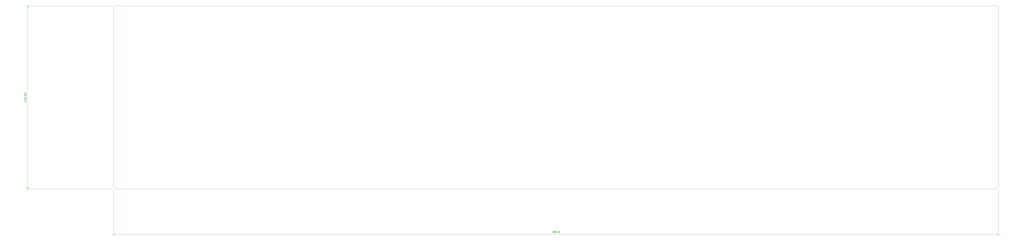
<source format=gbr>
%TF.GenerationSoftware,KiCad,Pcbnew,9.0.2*%
%TF.CreationDate,2025-07-26T17:38:46-10:00*%
%TF.ProjectId,Custom_Keyboard,43757374-6f6d-45f4-9b65-79626f617264,rev?*%
%TF.SameCoordinates,Original*%
%TF.FileFunction,Profile,NP*%
%FSLAX46Y46*%
G04 Gerber Fmt 4.6, Leading zero omitted, Abs format (unit mm)*
G04 Created by KiCad (PCBNEW 9.0.2) date 2025-07-26 17:38:46*
%MOMM*%
%LPD*%
G01*
G04 APERTURE LIST*
%TA.AperFunction,Profile*%
%ADD10C,0.050000*%
%TD*%
%ADD11C,0.150000*%
G04 APERTURE END LIST*
D10*
X13740000Y-123400000D02*
X13740000Y-26810000D01*
X15740000Y-24810000D02*
X497240000Y-24810000D01*
X497240000Y-125400000D02*
X15740000Y-125400000D01*
X13740000Y-26810000D02*
G75*
G02*
X15740000Y-24810000I2000000J0D01*
G01*
X499240000Y-123400000D02*
G75*
G02*
X497240000Y-125400000I-2000000J0D01*
G01*
X499240000Y-26810000D02*
X499240000Y-123400000D01*
X15740000Y-125400000D02*
G75*
G02*
X13740000Y-123400000I0J2000000D01*
G01*
X497240000Y-24810000D02*
G75*
G02*
X499240000Y-26810000I0J-2000000D01*
G01*
D11*
X-33975180Y-76962142D02*
X-33975180Y-77533570D01*
X-33975180Y-77247856D02*
X-34975180Y-77247856D01*
X-34975180Y-77247856D02*
X-34832323Y-77343094D01*
X-34832323Y-77343094D02*
X-34737085Y-77438332D01*
X-34737085Y-77438332D02*
X-34689466Y-77533570D01*
X-34975180Y-76343094D02*
X-34975180Y-76247856D01*
X-34975180Y-76247856D02*
X-34927561Y-76152618D01*
X-34927561Y-76152618D02*
X-34879942Y-76104999D01*
X-34879942Y-76104999D02*
X-34784704Y-76057380D01*
X-34784704Y-76057380D02*
X-34594228Y-76009761D01*
X-34594228Y-76009761D02*
X-34356133Y-76009761D01*
X-34356133Y-76009761D02*
X-34165657Y-76057380D01*
X-34165657Y-76057380D02*
X-34070419Y-76104999D01*
X-34070419Y-76104999D02*
X-34022800Y-76152618D01*
X-34022800Y-76152618D02*
X-33975180Y-76247856D01*
X-33975180Y-76247856D02*
X-33975180Y-76343094D01*
X-33975180Y-76343094D02*
X-34022800Y-76438332D01*
X-34022800Y-76438332D02*
X-34070419Y-76485951D01*
X-34070419Y-76485951D02*
X-34165657Y-76533570D01*
X-34165657Y-76533570D02*
X-34356133Y-76581189D01*
X-34356133Y-76581189D02*
X-34594228Y-76581189D01*
X-34594228Y-76581189D02*
X-34784704Y-76533570D01*
X-34784704Y-76533570D02*
X-34879942Y-76485951D01*
X-34879942Y-76485951D02*
X-34927561Y-76438332D01*
X-34927561Y-76438332D02*
X-34975180Y-76343094D01*
X-34975180Y-75390713D02*
X-34975180Y-75295475D01*
X-34975180Y-75295475D02*
X-34927561Y-75200237D01*
X-34927561Y-75200237D02*
X-34879942Y-75152618D01*
X-34879942Y-75152618D02*
X-34784704Y-75104999D01*
X-34784704Y-75104999D02*
X-34594228Y-75057380D01*
X-34594228Y-75057380D02*
X-34356133Y-75057380D01*
X-34356133Y-75057380D02*
X-34165657Y-75104999D01*
X-34165657Y-75104999D02*
X-34070419Y-75152618D01*
X-34070419Y-75152618D02*
X-34022800Y-75200237D01*
X-34022800Y-75200237D02*
X-33975180Y-75295475D01*
X-33975180Y-75295475D02*
X-33975180Y-75390713D01*
X-33975180Y-75390713D02*
X-34022800Y-75485951D01*
X-34022800Y-75485951D02*
X-34070419Y-75533570D01*
X-34070419Y-75533570D02*
X-34165657Y-75581189D01*
X-34165657Y-75581189D02*
X-34356133Y-75628808D01*
X-34356133Y-75628808D02*
X-34594228Y-75628808D01*
X-34594228Y-75628808D02*
X-34784704Y-75581189D01*
X-34784704Y-75581189D02*
X-34879942Y-75533570D01*
X-34879942Y-75533570D02*
X-34927561Y-75485951D01*
X-34927561Y-75485951D02*
X-34975180Y-75390713D01*
X-34070419Y-74628808D02*
X-34022800Y-74581189D01*
X-34022800Y-74581189D02*
X-33975180Y-74628808D01*
X-33975180Y-74628808D02*
X-34022800Y-74676427D01*
X-34022800Y-74676427D02*
X-34070419Y-74628808D01*
X-34070419Y-74628808D02*
X-33975180Y-74628808D01*
X-34975180Y-73676428D02*
X-34975180Y-74152618D01*
X-34975180Y-74152618D02*
X-34498990Y-74200237D01*
X-34498990Y-74200237D02*
X-34546609Y-74152618D01*
X-34546609Y-74152618D02*
X-34594228Y-74057380D01*
X-34594228Y-74057380D02*
X-34594228Y-73819285D01*
X-34594228Y-73819285D02*
X-34546609Y-73724047D01*
X-34546609Y-73724047D02*
X-34498990Y-73676428D01*
X-34498990Y-73676428D02*
X-34403752Y-73628809D01*
X-34403752Y-73628809D02*
X-34165657Y-73628809D01*
X-34165657Y-73628809D02*
X-34070419Y-73676428D01*
X-34070419Y-73676428D02*
X-34022800Y-73724047D01*
X-34022800Y-73724047D02*
X-33975180Y-73819285D01*
X-33975180Y-73819285D02*
X-33975180Y-74057380D01*
X-33975180Y-74057380D02*
X-34022800Y-74152618D01*
X-34022800Y-74152618D02*
X-34070419Y-74200237D01*
X-33975180Y-73152618D02*
X-33975180Y-72962142D01*
X-33975180Y-72962142D02*
X-34022800Y-72866904D01*
X-34022800Y-72866904D02*
X-34070419Y-72819285D01*
X-34070419Y-72819285D02*
X-34213276Y-72724047D01*
X-34213276Y-72724047D02*
X-34403752Y-72676428D01*
X-34403752Y-72676428D02*
X-34784704Y-72676428D01*
X-34784704Y-72676428D02*
X-34879942Y-72724047D01*
X-34879942Y-72724047D02*
X-34927561Y-72771666D01*
X-34927561Y-72771666D02*
X-34975180Y-72866904D01*
X-34975180Y-72866904D02*
X-34975180Y-73057380D01*
X-34975180Y-73057380D02*
X-34927561Y-73152618D01*
X-34927561Y-73152618D02*
X-34879942Y-73200237D01*
X-34879942Y-73200237D02*
X-34784704Y-73247856D01*
X-34784704Y-73247856D02*
X-34546609Y-73247856D01*
X-34546609Y-73247856D02*
X-34451371Y-73200237D01*
X-34451371Y-73200237D02*
X-34403752Y-73152618D01*
X-34403752Y-73152618D02*
X-34356133Y-73057380D01*
X-34356133Y-73057380D02*
X-34356133Y-72866904D01*
X-34356133Y-72866904D02*
X-34403752Y-72771666D01*
X-34403752Y-72771666D02*
X-34451371Y-72724047D01*
X-34451371Y-72724047D02*
X-34546609Y-72676428D01*
D10*
X13240000Y-24810000D02*
X-33866420Y-24810000D01*
X-33866420Y-125400000D02*
X13240000Y-125400000D01*
X-33280000Y-24810000D02*
X-33280000Y-125400000D01*
X-33280000Y-24810000D02*
X-32693579Y-25936504D01*
X-33280000Y-24810000D02*
X-33866421Y-25936504D01*
X-33280000Y-125400000D02*
X-33866421Y-124273496D01*
X-33280000Y-125400000D02*
X-32693579Y-124273496D01*
D11*
X255013809Y-148838152D02*
X255013809Y-149504819D01*
X254775714Y-148457200D02*
X254537619Y-149171485D01*
X254537619Y-149171485D02*
X255156666Y-149171485D01*
X255680476Y-148933390D02*
X255585238Y-148885771D01*
X255585238Y-148885771D02*
X255537619Y-148838152D01*
X255537619Y-148838152D02*
X255490000Y-148742914D01*
X255490000Y-148742914D02*
X255490000Y-148695295D01*
X255490000Y-148695295D02*
X255537619Y-148600057D01*
X255537619Y-148600057D02*
X255585238Y-148552438D01*
X255585238Y-148552438D02*
X255680476Y-148504819D01*
X255680476Y-148504819D02*
X255870952Y-148504819D01*
X255870952Y-148504819D02*
X255966190Y-148552438D01*
X255966190Y-148552438D02*
X256013809Y-148600057D01*
X256013809Y-148600057D02*
X256061428Y-148695295D01*
X256061428Y-148695295D02*
X256061428Y-148742914D01*
X256061428Y-148742914D02*
X256013809Y-148838152D01*
X256013809Y-148838152D02*
X255966190Y-148885771D01*
X255966190Y-148885771D02*
X255870952Y-148933390D01*
X255870952Y-148933390D02*
X255680476Y-148933390D01*
X255680476Y-148933390D02*
X255585238Y-148981009D01*
X255585238Y-148981009D02*
X255537619Y-149028628D01*
X255537619Y-149028628D02*
X255490000Y-149123866D01*
X255490000Y-149123866D02*
X255490000Y-149314342D01*
X255490000Y-149314342D02*
X255537619Y-149409580D01*
X255537619Y-149409580D02*
X255585238Y-149457200D01*
X255585238Y-149457200D02*
X255680476Y-149504819D01*
X255680476Y-149504819D02*
X255870952Y-149504819D01*
X255870952Y-149504819D02*
X255966190Y-149457200D01*
X255966190Y-149457200D02*
X256013809Y-149409580D01*
X256013809Y-149409580D02*
X256061428Y-149314342D01*
X256061428Y-149314342D02*
X256061428Y-149123866D01*
X256061428Y-149123866D02*
X256013809Y-149028628D01*
X256013809Y-149028628D02*
X255966190Y-148981009D01*
X255966190Y-148981009D02*
X255870952Y-148933390D01*
X256966190Y-148504819D02*
X256490000Y-148504819D01*
X256490000Y-148504819D02*
X256442381Y-148981009D01*
X256442381Y-148981009D02*
X256490000Y-148933390D01*
X256490000Y-148933390D02*
X256585238Y-148885771D01*
X256585238Y-148885771D02*
X256823333Y-148885771D01*
X256823333Y-148885771D02*
X256918571Y-148933390D01*
X256918571Y-148933390D02*
X256966190Y-148981009D01*
X256966190Y-148981009D02*
X257013809Y-149076247D01*
X257013809Y-149076247D02*
X257013809Y-149314342D01*
X257013809Y-149314342D02*
X256966190Y-149409580D01*
X256966190Y-149409580D02*
X256918571Y-149457200D01*
X256918571Y-149457200D02*
X256823333Y-149504819D01*
X256823333Y-149504819D02*
X256585238Y-149504819D01*
X256585238Y-149504819D02*
X256490000Y-149457200D01*
X256490000Y-149457200D02*
X256442381Y-149409580D01*
X257442381Y-149409580D02*
X257490000Y-149457200D01*
X257490000Y-149457200D02*
X257442381Y-149504819D01*
X257442381Y-149504819D02*
X257394762Y-149457200D01*
X257394762Y-149457200D02*
X257442381Y-149409580D01*
X257442381Y-149409580D02*
X257442381Y-149504819D01*
X258394761Y-148504819D02*
X257918571Y-148504819D01*
X257918571Y-148504819D02*
X257870952Y-148981009D01*
X257870952Y-148981009D02*
X257918571Y-148933390D01*
X257918571Y-148933390D02*
X258013809Y-148885771D01*
X258013809Y-148885771D02*
X258251904Y-148885771D01*
X258251904Y-148885771D02*
X258347142Y-148933390D01*
X258347142Y-148933390D02*
X258394761Y-148981009D01*
X258394761Y-148981009D02*
X258442380Y-149076247D01*
X258442380Y-149076247D02*
X258442380Y-149314342D01*
X258442380Y-149314342D02*
X258394761Y-149409580D01*
X258394761Y-149409580D02*
X258347142Y-149457200D01*
X258347142Y-149457200D02*
X258251904Y-149504819D01*
X258251904Y-149504819D02*
X258013809Y-149504819D01*
X258013809Y-149504819D02*
X257918571Y-149457200D01*
X257918571Y-149457200D02*
X257870952Y-149409580D01*
D10*
X13740000Y-125900000D02*
X13740000Y-150786420D01*
X499240000Y-150786420D02*
X499240000Y-125900000D01*
X13740000Y-150200000D02*
X499240000Y-150200000D01*
X13740000Y-150200000D02*
X14866504Y-149613579D01*
X13740000Y-150200000D02*
X14866504Y-150786421D01*
X499240000Y-150200000D02*
X498113496Y-150786421D01*
X499240000Y-150200000D02*
X498113496Y-149613579D01*
M02*

</source>
